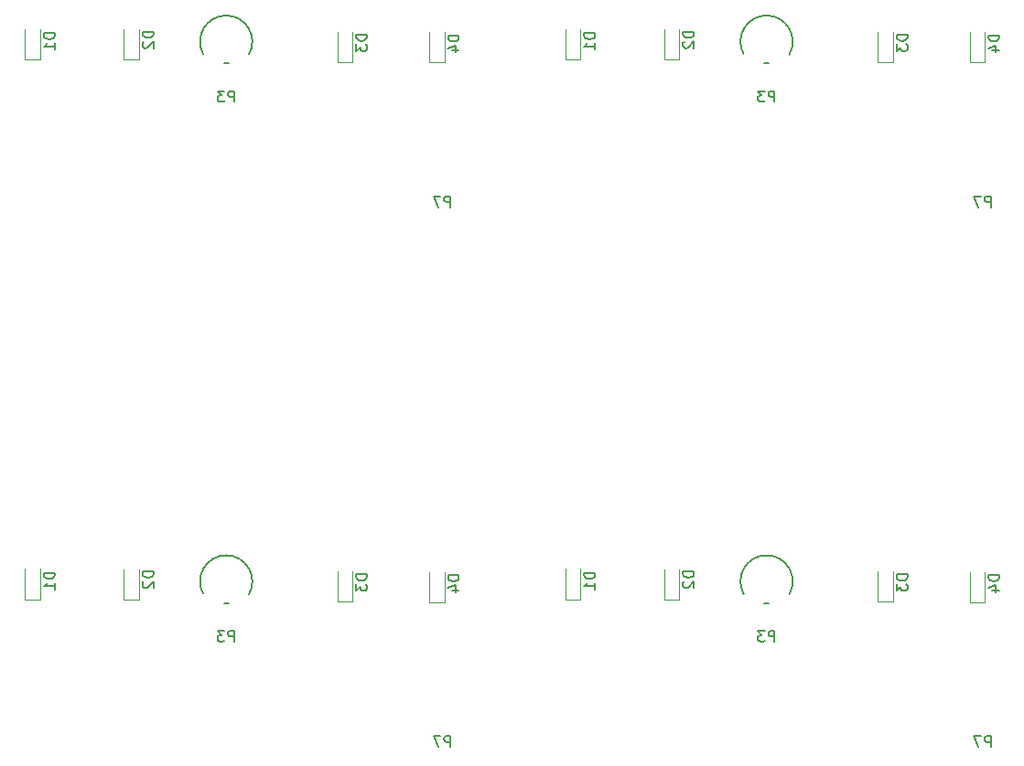
<source format=gbo>
G04 #@! TF.FileFunction,Legend,Bot*
%FSLAX46Y46*%
G04 Gerber Fmt 4.6, Leading zero omitted, Abs format (unit mm)*
G04 Created by KiCad (PCBNEW 4.0.2-stable) date 12/4/2017 3:47:35 PM*
%MOMM*%
G01*
G04 APERTURE LIST*
%ADD10C,0.100000*%
%ADD11C,0.150000*%
%ADD12C,0.120000*%
G04 APERTURE END LIST*
D10*
D11*
X94693000Y-130933000D02*
X94293000Y-130933000D01*
X92373716Y-130098605D02*
G75*
G02X96593000Y-130133000I2119284J1165605D01*
G01*
D12*
X77286000Y-130585500D02*
X75886000Y-130585500D01*
X75886000Y-130585500D02*
X75886000Y-127785500D01*
X77286000Y-130585500D02*
X77286000Y-127785500D01*
X114687500Y-130880500D02*
X113287500Y-130880500D01*
X113287500Y-130880500D02*
X113287500Y-128080500D01*
X114687500Y-130880500D02*
X114687500Y-128080500D01*
X106178500Y-130817000D02*
X104778500Y-130817000D01*
X104778500Y-130817000D02*
X104778500Y-128017000D01*
X106178500Y-130817000D02*
X106178500Y-128017000D01*
X86430000Y-130606000D02*
X85030000Y-130606000D01*
X85030000Y-130606000D02*
X85030000Y-127806000D01*
X86430000Y-130606000D02*
X86430000Y-127806000D01*
X164687500Y-130880500D02*
X163287500Y-130880500D01*
X163287500Y-130880500D02*
X163287500Y-128080500D01*
X164687500Y-130880500D02*
X164687500Y-128080500D01*
X136430000Y-130606000D02*
X135030000Y-130606000D01*
X135030000Y-130606000D02*
X135030000Y-127806000D01*
X136430000Y-130606000D02*
X136430000Y-127806000D01*
X127286000Y-130585500D02*
X125886000Y-130585500D01*
X125886000Y-130585500D02*
X125886000Y-127785500D01*
X127286000Y-130585500D02*
X127286000Y-127785500D01*
X156178500Y-130817000D02*
X154778500Y-130817000D01*
X154778500Y-130817000D02*
X154778500Y-128017000D01*
X156178500Y-130817000D02*
X156178500Y-128017000D01*
D11*
X144693000Y-130933000D02*
X144293000Y-130933000D01*
X142373716Y-130098605D02*
G75*
G02X146593000Y-130133000I2119284J1165605D01*
G01*
X144693000Y-80933000D02*
X144293000Y-80933000D01*
X142373716Y-80098605D02*
G75*
G02X146593000Y-80133000I2119284J1165605D01*
G01*
D12*
X127286000Y-80585500D02*
X125886000Y-80585500D01*
X125886000Y-80585500D02*
X125886000Y-77785500D01*
X127286000Y-80585500D02*
X127286000Y-77785500D01*
X136430000Y-80606000D02*
X135030000Y-80606000D01*
X135030000Y-80606000D02*
X135030000Y-77806000D01*
X136430000Y-80606000D02*
X136430000Y-77806000D01*
X164687500Y-80880500D02*
X163287500Y-80880500D01*
X163287500Y-80880500D02*
X163287500Y-78080500D01*
X164687500Y-80880500D02*
X164687500Y-78080500D01*
X156178500Y-80817000D02*
X154778500Y-80817000D01*
X154778500Y-80817000D02*
X154778500Y-78017000D01*
X156178500Y-80817000D02*
X156178500Y-78017000D01*
X77286000Y-80585500D02*
X75886000Y-80585500D01*
X75886000Y-80585500D02*
X75886000Y-77785500D01*
X77286000Y-80585500D02*
X77286000Y-77785500D01*
X86430000Y-80606000D02*
X85030000Y-80606000D01*
X85030000Y-80606000D02*
X85030000Y-77806000D01*
X86430000Y-80606000D02*
X86430000Y-77806000D01*
X106178500Y-80817000D02*
X104778500Y-80817000D01*
X104778500Y-80817000D02*
X104778500Y-78017000D01*
X106178500Y-80817000D02*
X106178500Y-78017000D01*
X114687500Y-80880500D02*
X113287500Y-80880500D01*
X113287500Y-80880500D02*
X113287500Y-78080500D01*
X114687500Y-80880500D02*
X114687500Y-78080500D01*
D11*
X94693000Y-80933000D02*
X94293000Y-80933000D01*
X92373716Y-80098605D02*
G75*
G02X96593000Y-80133000I2119284J1165605D01*
G01*
X95231095Y-134516181D02*
X95231095Y-133516181D01*
X94850142Y-133516181D01*
X94754904Y-133563800D01*
X94707285Y-133611419D01*
X94659666Y-133706657D01*
X94659666Y-133849514D01*
X94707285Y-133944752D01*
X94754904Y-133992371D01*
X94850142Y-134039990D01*
X95231095Y-134039990D01*
X94326333Y-133516181D02*
X93707285Y-133516181D01*
X94040619Y-133897133D01*
X93897761Y-133897133D01*
X93802523Y-133944752D01*
X93754904Y-133992371D01*
X93707285Y-134087610D01*
X93707285Y-134325705D01*
X93754904Y-134420943D01*
X93802523Y-134468562D01*
X93897761Y-134516181D01*
X94183476Y-134516181D01*
X94278714Y-134468562D01*
X94326333Y-134420943D01*
X78625881Y-128131405D02*
X77625881Y-128131405D01*
X77625881Y-128369500D01*
X77673500Y-128512358D01*
X77768738Y-128607596D01*
X77863976Y-128655215D01*
X78054452Y-128702834D01*
X78197310Y-128702834D01*
X78387786Y-128655215D01*
X78483024Y-128607596D01*
X78578262Y-128512358D01*
X78625881Y-128369500D01*
X78625881Y-128131405D01*
X78625881Y-129655215D02*
X78625881Y-129083786D01*
X78625881Y-129369500D02*
X77625881Y-129369500D01*
X77768738Y-129274262D01*
X77863976Y-129179024D01*
X77911595Y-129083786D01*
X116027381Y-128342405D02*
X115027381Y-128342405D01*
X115027381Y-128580500D01*
X115075000Y-128723358D01*
X115170238Y-128818596D01*
X115265476Y-128866215D01*
X115455952Y-128913834D01*
X115598810Y-128913834D01*
X115789286Y-128866215D01*
X115884524Y-128818596D01*
X115979762Y-128723358D01*
X116027381Y-128580500D01*
X116027381Y-128342405D01*
X115360714Y-129770977D02*
X116027381Y-129770977D01*
X114979762Y-129532881D02*
X115694048Y-129294786D01*
X115694048Y-129913834D01*
X107518381Y-128278905D02*
X106518381Y-128278905D01*
X106518381Y-128517000D01*
X106566000Y-128659858D01*
X106661238Y-128755096D01*
X106756476Y-128802715D01*
X106946952Y-128850334D01*
X107089810Y-128850334D01*
X107280286Y-128802715D01*
X107375524Y-128755096D01*
X107470762Y-128659858D01*
X107518381Y-128517000D01*
X107518381Y-128278905D01*
X106518381Y-129183667D02*
X106518381Y-129802715D01*
X106899333Y-129469381D01*
X106899333Y-129612239D01*
X106946952Y-129707477D01*
X106994571Y-129755096D01*
X107089810Y-129802715D01*
X107327905Y-129802715D01*
X107423143Y-129755096D01*
X107470762Y-129707477D01*
X107518381Y-129612239D01*
X107518381Y-129326524D01*
X107470762Y-129231286D01*
X107423143Y-129183667D01*
X87769881Y-128004405D02*
X86769881Y-128004405D01*
X86769881Y-128242500D01*
X86817500Y-128385358D01*
X86912738Y-128480596D01*
X87007976Y-128528215D01*
X87198452Y-128575834D01*
X87341310Y-128575834D01*
X87531786Y-128528215D01*
X87627024Y-128480596D01*
X87722262Y-128385358D01*
X87769881Y-128242500D01*
X87769881Y-128004405D01*
X86865119Y-128956786D02*
X86817500Y-129004405D01*
X86769881Y-129099643D01*
X86769881Y-129337739D01*
X86817500Y-129432977D01*
X86865119Y-129480596D01*
X86960357Y-129528215D01*
X87055595Y-129528215D01*
X87198452Y-129480596D01*
X87769881Y-128909167D01*
X87769881Y-129528215D01*
X166027381Y-128342405D02*
X165027381Y-128342405D01*
X165027381Y-128580500D01*
X165075000Y-128723358D01*
X165170238Y-128818596D01*
X165265476Y-128866215D01*
X165455952Y-128913834D01*
X165598810Y-128913834D01*
X165789286Y-128866215D01*
X165884524Y-128818596D01*
X165979762Y-128723358D01*
X166027381Y-128580500D01*
X166027381Y-128342405D01*
X165360714Y-129770977D02*
X166027381Y-129770977D01*
X164979762Y-129532881D02*
X165694048Y-129294786D01*
X165694048Y-129913834D01*
X137769881Y-128004405D02*
X136769881Y-128004405D01*
X136769881Y-128242500D01*
X136817500Y-128385358D01*
X136912738Y-128480596D01*
X137007976Y-128528215D01*
X137198452Y-128575834D01*
X137341310Y-128575834D01*
X137531786Y-128528215D01*
X137627024Y-128480596D01*
X137722262Y-128385358D01*
X137769881Y-128242500D01*
X137769881Y-128004405D01*
X136865119Y-128956786D02*
X136817500Y-129004405D01*
X136769881Y-129099643D01*
X136769881Y-129337739D01*
X136817500Y-129432977D01*
X136865119Y-129480596D01*
X136960357Y-129528215D01*
X137055595Y-129528215D01*
X137198452Y-129480596D01*
X137769881Y-128909167D01*
X137769881Y-129528215D01*
X128625881Y-128131405D02*
X127625881Y-128131405D01*
X127625881Y-128369500D01*
X127673500Y-128512358D01*
X127768738Y-128607596D01*
X127863976Y-128655215D01*
X128054452Y-128702834D01*
X128197310Y-128702834D01*
X128387786Y-128655215D01*
X128483024Y-128607596D01*
X128578262Y-128512358D01*
X128625881Y-128369500D01*
X128625881Y-128131405D01*
X128625881Y-129655215D02*
X128625881Y-129083786D01*
X128625881Y-129369500D02*
X127625881Y-129369500D01*
X127768738Y-129274262D01*
X127863976Y-129179024D01*
X127911595Y-129083786D01*
X157518381Y-128278905D02*
X156518381Y-128278905D01*
X156518381Y-128517000D01*
X156566000Y-128659858D01*
X156661238Y-128755096D01*
X156756476Y-128802715D01*
X156946952Y-128850334D01*
X157089810Y-128850334D01*
X157280286Y-128802715D01*
X157375524Y-128755096D01*
X157470762Y-128659858D01*
X157518381Y-128517000D01*
X157518381Y-128278905D01*
X156518381Y-129183667D02*
X156518381Y-129802715D01*
X156899333Y-129469381D01*
X156899333Y-129612239D01*
X156946952Y-129707477D01*
X156994571Y-129755096D01*
X157089810Y-129802715D01*
X157327905Y-129802715D01*
X157423143Y-129755096D01*
X157470762Y-129707477D01*
X157518381Y-129612239D01*
X157518381Y-129326524D01*
X157470762Y-129231286D01*
X157423143Y-129183667D01*
X165233595Y-144266881D02*
X165233595Y-143266881D01*
X164852642Y-143266881D01*
X164757404Y-143314500D01*
X164709785Y-143362119D01*
X164662166Y-143457357D01*
X164662166Y-143600214D01*
X164709785Y-143695452D01*
X164757404Y-143743071D01*
X164852642Y-143790690D01*
X165233595Y-143790690D01*
X164328833Y-143266881D02*
X163662166Y-143266881D01*
X164090738Y-144266881D01*
X115233595Y-144266881D02*
X115233595Y-143266881D01*
X114852642Y-143266881D01*
X114757404Y-143314500D01*
X114709785Y-143362119D01*
X114662166Y-143457357D01*
X114662166Y-143600214D01*
X114709785Y-143695452D01*
X114757404Y-143743071D01*
X114852642Y-143790690D01*
X115233595Y-143790690D01*
X114328833Y-143266881D02*
X113662166Y-143266881D01*
X114090738Y-144266881D01*
X145231095Y-134516181D02*
X145231095Y-133516181D01*
X144850142Y-133516181D01*
X144754904Y-133563800D01*
X144707285Y-133611419D01*
X144659666Y-133706657D01*
X144659666Y-133849514D01*
X144707285Y-133944752D01*
X144754904Y-133992371D01*
X144850142Y-134039990D01*
X145231095Y-134039990D01*
X144326333Y-133516181D02*
X143707285Y-133516181D01*
X144040619Y-133897133D01*
X143897761Y-133897133D01*
X143802523Y-133944752D01*
X143754904Y-133992371D01*
X143707285Y-134087610D01*
X143707285Y-134325705D01*
X143754904Y-134420943D01*
X143802523Y-134468562D01*
X143897761Y-134516181D01*
X144183476Y-134516181D01*
X144278714Y-134468562D01*
X144326333Y-134420943D01*
X145231095Y-84516181D02*
X145231095Y-83516181D01*
X144850142Y-83516181D01*
X144754904Y-83563800D01*
X144707285Y-83611419D01*
X144659666Y-83706657D01*
X144659666Y-83849514D01*
X144707285Y-83944752D01*
X144754904Y-83992371D01*
X144850142Y-84039990D01*
X145231095Y-84039990D01*
X144326333Y-83516181D02*
X143707285Y-83516181D01*
X144040619Y-83897133D01*
X143897761Y-83897133D01*
X143802523Y-83944752D01*
X143754904Y-83992371D01*
X143707285Y-84087610D01*
X143707285Y-84325705D01*
X143754904Y-84420943D01*
X143802523Y-84468562D01*
X143897761Y-84516181D01*
X144183476Y-84516181D01*
X144278714Y-84468562D01*
X144326333Y-84420943D01*
X128625881Y-78131405D02*
X127625881Y-78131405D01*
X127625881Y-78369500D01*
X127673500Y-78512358D01*
X127768738Y-78607596D01*
X127863976Y-78655215D01*
X128054452Y-78702834D01*
X128197310Y-78702834D01*
X128387786Y-78655215D01*
X128483024Y-78607596D01*
X128578262Y-78512358D01*
X128625881Y-78369500D01*
X128625881Y-78131405D01*
X128625881Y-79655215D02*
X128625881Y-79083786D01*
X128625881Y-79369500D02*
X127625881Y-79369500D01*
X127768738Y-79274262D01*
X127863976Y-79179024D01*
X127911595Y-79083786D01*
X137769881Y-78004405D02*
X136769881Y-78004405D01*
X136769881Y-78242500D01*
X136817500Y-78385358D01*
X136912738Y-78480596D01*
X137007976Y-78528215D01*
X137198452Y-78575834D01*
X137341310Y-78575834D01*
X137531786Y-78528215D01*
X137627024Y-78480596D01*
X137722262Y-78385358D01*
X137769881Y-78242500D01*
X137769881Y-78004405D01*
X136865119Y-78956786D02*
X136817500Y-79004405D01*
X136769881Y-79099643D01*
X136769881Y-79337739D01*
X136817500Y-79432977D01*
X136865119Y-79480596D01*
X136960357Y-79528215D01*
X137055595Y-79528215D01*
X137198452Y-79480596D01*
X137769881Y-78909167D01*
X137769881Y-79528215D01*
X166027381Y-78342405D02*
X165027381Y-78342405D01*
X165027381Y-78580500D01*
X165075000Y-78723358D01*
X165170238Y-78818596D01*
X165265476Y-78866215D01*
X165455952Y-78913834D01*
X165598810Y-78913834D01*
X165789286Y-78866215D01*
X165884524Y-78818596D01*
X165979762Y-78723358D01*
X166027381Y-78580500D01*
X166027381Y-78342405D01*
X165360714Y-79770977D02*
X166027381Y-79770977D01*
X164979762Y-79532881D02*
X165694048Y-79294786D01*
X165694048Y-79913834D01*
X165233595Y-94266881D02*
X165233595Y-93266881D01*
X164852642Y-93266881D01*
X164757404Y-93314500D01*
X164709785Y-93362119D01*
X164662166Y-93457357D01*
X164662166Y-93600214D01*
X164709785Y-93695452D01*
X164757404Y-93743071D01*
X164852642Y-93790690D01*
X165233595Y-93790690D01*
X164328833Y-93266881D02*
X163662166Y-93266881D01*
X164090738Y-94266881D01*
X157518381Y-78278905D02*
X156518381Y-78278905D01*
X156518381Y-78517000D01*
X156566000Y-78659858D01*
X156661238Y-78755096D01*
X156756476Y-78802715D01*
X156946952Y-78850334D01*
X157089810Y-78850334D01*
X157280286Y-78802715D01*
X157375524Y-78755096D01*
X157470762Y-78659858D01*
X157518381Y-78517000D01*
X157518381Y-78278905D01*
X156518381Y-79183667D02*
X156518381Y-79802715D01*
X156899333Y-79469381D01*
X156899333Y-79612239D01*
X156946952Y-79707477D01*
X156994571Y-79755096D01*
X157089810Y-79802715D01*
X157327905Y-79802715D01*
X157423143Y-79755096D01*
X157470762Y-79707477D01*
X157518381Y-79612239D01*
X157518381Y-79326524D01*
X157470762Y-79231286D01*
X157423143Y-79183667D01*
X78625881Y-78131405D02*
X77625881Y-78131405D01*
X77625881Y-78369500D01*
X77673500Y-78512358D01*
X77768738Y-78607596D01*
X77863976Y-78655215D01*
X78054452Y-78702834D01*
X78197310Y-78702834D01*
X78387786Y-78655215D01*
X78483024Y-78607596D01*
X78578262Y-78512358D01*
X78625881Y-78369500D01*
X78625881Y-78131405D01*
X78625881Y-79655215D02*
X78625881Y-79083786D01*
X78625881Y-79369500D02*
X77625881Y-79369500D01*
X77768738Y-79274262D01*
X77863976Y-79179024D01*
X77911595Y-79083786D01*
X87769881Y-78004405D02*
X86769881Y-78004405D01*
X86769881Y-78242500D01*
X86817500Y-78385358D01*
X86912738Y-78480596D01*
X87007976Y-78528215D01*
X87198452Y-78575834D01*
X87341310Y-78575834D01*
X87531786Y-78528215D01*
X87627024Y-78480596D01*
X87722262Y-78385358D01*
X87769881Y-78242500D01*
X87769881Y-78004405D01*
X86865119Y-78956786D02*
X86817500Y-79004405D01*
X86769881Y-79099643D01*
X86769881Y-79337739D01*
X86817500Y-79432977D01*
X86865119Y-79480596D01*
X86960357Y-79528215D01*
X87055595Y-79528215D01*
X87198452Y-79480596D01*
X87769881Y-78909167D01*
X87769881Y-79528215D01*
X107518381Y-78278905D02*
X106518381Y-78278905D01*
X106518381Y-78517000D01*
X106566000Y-78659858D01*
X106661238Y-78755096D01*
X106756476Y-78802715D01*
X106946952Y-78850334D01*
X107089810Y-78850334D01*
X107280286Y-78802715D01*
X107375524Y-78755096D01*
X107470762Y-78659858D01*
X107518381Y-78517000D01*
X107518381Y-78278905D01*
X106518381Y-79183667D02*
X106518381Y-79802715D01*
X106899333Y-79469381D01*
X106899333Y-79612239D01*
X106946952Y-79707477D01*
X106994571Y-79755096D01*
X107089810Y-79802715D01*
X107327905Y-79802715D01*
X107423143Y-79755096D01*
X107470762Y-79707477D01*
X107518381Y-79612239D01*
X107518381Y-79326524D01*
X107470762Y-79231286D01*
X107423143Y-79183667D01*
X116027381Y-78342405D02*
X115027381Y-78342405D01*
X115027381Y-78580500D01*
X115075000Y-78723358D01*
X115170238Y-78818596D01*
X115265476Y-78866215D01*
X115455952Y-78913834D01*
X115598810Y-78913834D01*
X115789286Y-78866215D01*
X115884524Y-78818596D01*
X115979762Y-78723358D01*
X116027381Y-78580500D01*
X116027381Y-78342405D01*
X115360714Y-79770977D02*
X116027381Y-79770977D01*
X114979762Y-79532881D02*
X115694048Y-79294786D01*
X115694048Y-79913834D01*
X95231095Y-84516181D02*
X95231095Y-83516181D01*
X94850142Y-83516181D01*
X94754904Y-83563800D01*
X94707285Y-83611419D01*
X94659666Y-83706657D01*
X94659666Y-83849514D01*
X94707285Y-83944752D01*
X94754904Y-83992371D01*
X94850142Y-84039990D01*
X95231095Y-84039990D01*
X94326333Y-83516181D02*
X93707285Y-83516181D01*
X94040619Y-83897133D01*
X93897761Y-83897133D01*
X93802523Y-83944752D01*
X93754904Y-83992371D01*
X93707285Y-84087610D01*
X93707285Y-84325705D01*
X93754904Y-84420943D01*
X93802523Y-84468562D01*
X93897761Y-84516181D01*
X94183476Y-84516181D01*
X94278714Y-84468562D01*
X94326333Y-84420943D01*
X115233595Y-94266881D02*
X115233595Y-93266881D01*
X114852642Y-93266881D01*
X114757404Y-93314500D01*
X114709785Y-93362119D01*
X114662166Y-93457357D01*
X114662166Y-93600214D01*
X114709785Y-93695452D01*
X114757404Y-93743071D01*
X114852642Y-93790690D01*
X115233595Y-93790690D01*
X114328833Y-93266881D02*
X113662166Y-93266881D01*
X114090738Y-94266881D01*
M02*

</source>
